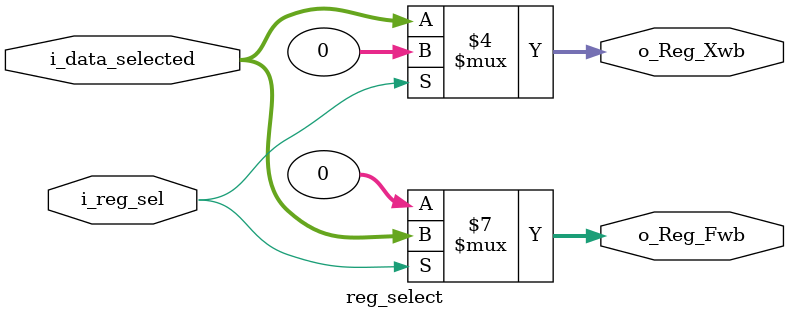
<source format=sv>
module reg_select (
    input logic [31:0] i_data_selected,
    input logic i_reg_sel,
	
    output logic [31:0] o_Reg_Xwb, o_Reg_Fwb
);

always_comb begin
	o_Reg_Xwb = 32'b0;
	o_Reg_Fwb = 32'b0;
	if (i_reg_sel == 1'b0 ) begin
		o_Reg_Xwb = i_data_selected;
	end else begin
		o_Reg_Fwb = i_data_selected;
	end
end
endmodule
</source>
